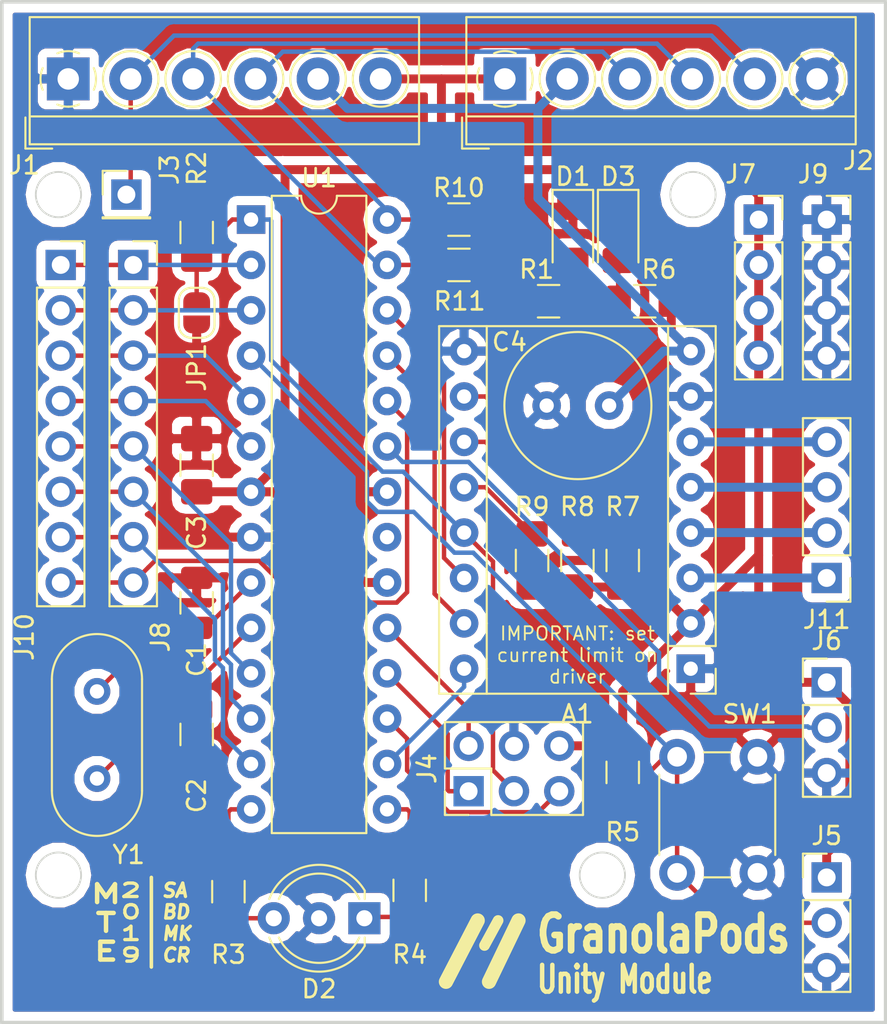
<source format=kicad_pcb>
(kicad_pcb (version 20171130) (host pcbnew 5.0.2-bee76a0~70~ubuntu16.04.1)
  (layers (0 F.Cu signal) (31 B.Cu signal) (34 B.Paste user) (35 F.Paste user) (36 B.SilkS user) (37 F.SilkS user) (38 B.Mask user) (39 F.Mask user) (44 Edge.Cuts user))
  (net 0 "")
  (net 1 GND)
  (net 2 +5V)
  (net 3 "Net-(A1-Pad10)")
  (net 4 "Net-(A1-Pad3)")
  (net 5 "Net-(A1-Pad11)")
  (net 6 "Net-(A1-Pad4)")
  (net 7 "Net-(A1-Pad12)")
  (net 8 "Net-(A1-Pad5)")
  (net 9 /A4988_RESET)
  (net 10 "Net-(A1-Pad6)")
  (net 11 /A4988_SLEEP)
  (net 12 /A4988_STEP)
  (net 13 +12V)
  (net 14 /A4988_DIR)
  (net 15 /XTAL1)
  (net 16 /XTAL2)
  (net 17 "Net-(D1-Pad2)")
  (net 18 "Net-(D2-Pad1)")
  (net 19 /SPARE_IN)
  (net 20 /SCL)
  (net 21 /SDA)
  (net 22 /MISO)
  (net 23 /SCK)
  (net 24 /MOSI)
  (net 25 /SWITCH)
  (net 26 /HALL_SENSOR)
  (net 27 /SPARE_A)
  (net 28 /SPARE_B)
  (net 29 /SPARE_C)
  (net 30 /SPARE_D)
  (net 31 /SPARE_E)
  (net 32 /SPARE_F)
  (net 33 /SPARE_G)
  (net 34 /SPARE_AN_A)
  (net 35 /STATUS_R)
  (net 36 /STATUS_G)
  (net 37 "Net-(U1-Pad21)")
  (net 38 "Net-(D2-Pad3)")
  (net 39 "Net-(D3-Pad2)")
  (module Module:Pololu_Breakout-16_15.2x20.3mm (layer F.Cu) (at 116.078 94.488 180)
    (fp_text reference A1 (at 6.35 -2.54 180) (layer F.SilkS))
    (fp_text value Pololu_Breakout_A4988)
    (pad 1 thru_hole rect (at 0 0 180) (size 1.6 1.6) (drill 0.8) (layers *.Cu *.Mask) (net 1 GND))
    (pad 9 thru_hole oval (at 12.7 17.78 180) (size 1.6 1.6) (drill 0.8) (layers *.Cu *.Mask) (net 1 GND))
    (pad 2 thru_hole oval (at 0 2.54 180) (size 1.6 1.6) (drill 0.8) (layers *.Cu *.Mask) (net 2 +5V))
    (pad 10 thru_hole oval (at 12.7 15.24 180) (size 1.6 1.6) (drill 0.8) (layers *.Cu *.Mask) (net 3 "Net-(A1-Pad10)"))
    (pad 3 thru_hole oval (at 0 5.08 180) (size 1.6 1.6) (drill 0.8) (layers *.Cu *.Mask) (net 4 "Net-(A1-Pad3)"))
    (pad 11 thru_hole oval (at 12.7 12.7 180) (size 1.6 1.6) (drill 0.8) (layers *.Cu *.Mask) (net 5 "Net-(A1-Pad11)"))
    (pad 4 thru_hole oval (at 0 7.62 180) (size 1.6 1.6) (drill 0.8) (layers *.Cu *.Mask) (net 6 "Net-(A1-Pad4)"))
    (pad 12 thru_hole oval (at 12.7 10.16 180) (size 1.6 1.6) (drill 0.8) (layers *.Cu *.Mask) (net 7 "Net-(A1-Pad12)"))
    (pad 5 thru_hole oval (at 0 10.16 180) (size 1.6 1.6) (drill 0.8) (layers *.Cu *.Mask) (net 8 "Net-(A1-Pad5)"))
    (pad 13 thru_hole oval (at 12.7 7.62 180) (size 1.6 1.6) (drill 0.8) (layers *.Cu *.Mask) (net 9 /A4988_RESET))
    (pad 6 thru_hole oval (at 0 12.7 180) (size 1.6 1.6) (drill 0.8) (layers *.Cu *.Mask) (net 10 "Net-(A1-Pad6)"))
    (pad 14 thru_hole oval (at 12.7 5.08 180) (size 1.6 1.6) (drill 0.8) (layers *.Cu *.Mask) (net 11 /A4988_SLEEP))
    (pad 7 thru_hole oval (at 0 15.24 180) (size 1.6 1.6) (drill 0.8) (layers *.Cu *.Mask) (net 1 GND))
    (pad 15 thru_hole oval (at 12.7 2.54 180) (size 1.6 1.6) (drill 0.8) (layers *.Cu *.Mask) (net 12 /A4988_STEP))
    (pad 8 thru_hole oval (at 0 17.78 180) (size 1.6 1.6) (drill 0.8) (layers *.Cu *.Mask) (net 13 +12V))
    (pad 16 thru_hole oval (at 12.7 0 180) (size 1.6 1.6) (drill 0.8) (layers *.Cu *.Mask) (net 14 /A4988_DIR))
  )
  (module Capacitor_SMD:C_1206_3216Metric_Pad1.42x1.75mm_HandSolder (layer F.Cu) (at 88.392 83.0945 90)
    (fp_text reference C3 (at -3.7735 0 270) (layer F.SilkS))
    (fp_text value 0.1uF)
    (pad 1 smd roundrect (at -1.4875 0 90) (size 1.425 1.75) (layers F.Cu F.Paste F.Mask) (roundrect_rratio 0.175439) (net 2 +5V))
    (pad 2 smd roundrect (at 1.4875 0 90) (size 1.425 1.75) (layers F.Cu F.Paste F.Mask) (roundrect_rratio 0.175439) (net 1 GND))
  )
  (module Capacitor_THT:C_Radial_D8.0mm_H11.5mm_P3.50mm (layer F.Cu) (at 111.506 79.756 180)
    (fp_text reference C4 (at 5.588 3.556 180) (layer F.SilkS))
    (fp_text value 100uF)
    (pad 1 thru_hole circle (at 0 0 180) (size 1.6 1.6) (drill 0.8) (layers *.Cu *.Mask) (net 13 +12V))
    (pad 2 thru_hole circle (at 3.5 0 180) (size 1.6 1.6) (drill 0.8) (layers *.Cu *.Mask) (net 1 GND))
  )
  (module LED_SMD:LED_1206_3216Metric_Pad1.42x1.75mm_HandSolder (layer F.Cu) (at 109.474 70.1405 270)
    (fp_text reference D1 (at -3.2115 0) (layer F.SilkS))
    (fp_text value LED)
    (pad 1 smd roundrect (at -1.4875 0 270) (size 1.425 1.75) (layers F.Cu F.Paste F.Mask) (roundrect_rratio 0.175439) (net 1 GND))
    (pad 2 smd roundrect (at 1.4875 0 270) (size 1.425 1.75) (layers F.Cu F.Paste F.Mask) (roundrect_rratio 0.175439) (net 17 "Net-(D1-Pad2)"))
  )
  (module LED_THT:LED_D5.0mm-3 (layer F.Cu) (at 97.79 108.458 180)
    (fp_text reference D2 (at 2.54 -3.96 180) (layer F.SilkS))
    (fp_text value LED_Dual_AAC)
    (pad 1 thru_hole rect (at 0 0 180) (size 1.8 1.8) (drill 0.9) (layers *.Cu *.Mask) (net 18 "Net-(D2-Pad1)"))
    (pad 2 thru_hole circle (at 2.54 0 180) (size 1.8 1.8) (drill 0.9) (layers *.Cu *.Mask) (net 1 GND))
    (pad 3 thru_hole circle (at 5.08 0 180) (size 1.8 1.8) (drill 0.9) (layers *.Cu *.Mask) (net 38 "Net-(D2-Pad3)"))
  )
  (module TerminalBlock_4Ucon:TerminalBlock_4Ucon_1x06_P3.50mm_Horizontal (layer F.Cu) (at 81.194 61.468)
    (fp_text reference J1 (at -2.454 4.826) (layer F.SilkS))
    (fp_text value Screw_Terminal_01x06)
    (pad 1 thru_hole rect (at 0 0) (size 2.4 2.4) (drill 1.2) (layers *.Cu *.Mask) (net 1 GND))
    (pad 2 thru_hole circle (at 3.5 0) (size 2.4 2.4) (drill 1.2) (layers *.Cu *.Mask) (net 19 /SPARE_IN))
    (pad 3 thru_hole circle (at 7 0) (size 2.4 2.4) (drill 1.2) (layers *.Cu *.Mask) (net 21 /SDA))
    (pad 4 thru_hole circle (at 10.5 0) (size 2.4 2.4) (drill 1.2) (layers *.Cu *.Mask) (net 20 /SCL))
    (pad 5 thru_hole circle (at 14 0) (size 2.4 2.4) (drill 1.2) (layers *.Cu *.Mask) (net 13 +12V))
    (pad 6 thru_hole circle (at 17.5 0) (size 2.4 2.4) (drill 1.2) (layers *.Cu *.Mask) (net 2 +5V))
  )
  (module TerminalBlock_4Ucon:TerminalBlock_4Ucon_1x06_P3.50mm_Horizontal (layer F.Cu) (at 105.664 61.468)
    (fp_text reference J2 (at 19.812 4.572) (layer F.SilkS))
    (fp_text value Screw_Terminal_01x06)
    (pad 6 thru_hole circle (at 17.5 0) (size 2.4 2.4) (drill 1.2) (layers *.Cu *.Mask) (net 1 GND))
    (pad 5 thru_hole circle (at 14 0) (size 2.4 2.4) (drill 1.2) (layers *.Cu *.Mask) (net 19 /SPARE_IN))
    (pad 4 thru_hole circle (at 10.5 0) (size 2.4 2.4) (drill 1.2) (layers *.Cu *.Mask) (net 21 /SDA))
    (pad 3 thru_hole circle (at 7 0) (size 2.4 2.4) (drill 1.2) (layers *.Cu *.Mask) (net 20 /SCL))
    (pad 2 thru_hole circle (at 3.5 0) (size 2.4 2.4) (drill 1.2) (layers *.Cu *.Mask) (net 13 +12V))
    (pad 1 thru_hole rect (at 0 0) (size 2.4 2.4) (drill 1.2) (layers *.Cu *.Mask) (net 2 +5V))
  )
  (module Connector_PinHeader_2.54mm:PinHeader_1x01_P2.54mm_Vertical (layer F.Cu) (at 84.455 67.945)
    (fp_text reference J3 (at 2.413 -1.397 90) (layer F.SilkS))
    (fp_text value Conn_01x01)
    (pad 1 thru_hole rect (at 0 0) (size 1.7 1.7) (drill 1) (layers *.Cu *.Mask) (net 19 /SPARE_IN))
  )
  (module Connector_PinHeader_2.54mm:PinHeader_2x03_P2.54mm_Vertical (layer F.Cu) (at 103.632 101.346 90)
    (fp_text reference J4 (at 1.27 -2.33 90) (layer F.SilkS))
    (fp_text value Conn_02x03_Counter_Clockwise)
    (pad 1 thru_hole rect (at 0 0 90) (size 1.7 1.7) (drill 1) (layers *.Cu *.Mask) (net 22 /MISO))
    (pad 2 thru_hole oval (at 2.54 0 90) (size 1.7 1.7) (drill 1) (layers *.Cu *.Mask) (net 23 /SCK))
    (pad 3 thru_hole oval (at 0 2.54 90) (size 1.7 1.7) (drill 1) (layers *.Cu *.Mask) (net 9 /A4988_RESET))
    (pad 4 thru_hole oval (at 2.54 2.54 90) (size 1.7 1.7) (drill 1) (layers *.Cu *.Mask) (net 1 GND))
    (pad 5 thru_hole oval (at 0 5.08 90) (size 1.7 1.7) (drill 1) (layers *.Cu *.Mask) (net 24 /MOSI))
    (pad 6 thru_hole oval (at 2.54 5.08 90) (size 1.7 1.7) (drill 1) (layers *.Cu *.Mask) (net 2 +5V))
  )
  (module Connector_PinHeader_2.54mm:PinHeader_1x03_P2.54mm_Vertical (layer F.Cu) (at 123.698 106.172)
    (fp_text reference J5 (at 0 -2.33) (layer F.SilkS))
    (fp_text value Conn_01x03)
    (pad 3 thru_hole oval (at 0 5.08) (size 1.7 1.7) (drill 1) (layers *.Cu *.Mask) (net 1 GND))
    (pad 2 thru_hole oval (at 0 2.54) (size 1.7 1.7) (drill 1) (layers *.Cu *.Mask) (net 25 /SWITCH))
    (pad 1 thru_hole rect (at 0 0) (size 1.7 1.7) (drill 1) (layers *.Cu *.Mask) (net 2 +5V))
  )
  (module Connector_PinHeader_2.54mm:PinHeader_1x03_P2.54mm_Vertical (layer F.Cu) (at 123.698 95.25)
    (fp_text reference J6 (at 0 -2.33) (layer F.SilkS))
    (fp_text value Conn_01x03)
    (pad 1 thru_hole rect (at 0 0) (size 1.7 1.7) (drill 1) (layers *.Cu *.Mask) (net 2 +5V))
    (pad 2 thru_hole oval (at 0 2.54) (size 1.7 1.7) (drill 1) (layers *.Cu *.Mask) (net 26 /HALL_SENSOR))
    (pad 3 thru_hole oval (at 0 5.08) (size 1.7 1.7) (drill 1) (layers *.Cu *.Mask) (net 1 GND))
  )
  (module Connector_PinSocket_2.54mm:PinSocket_1x08_P2.54mm_Vertical (layer F.Cu) (at 84.836 71.882)
    (fp_text reference J8 (at 1.524 20.828 270) (layer F.SilkS))
    (fp_text value SIG_HEADER)
    (pad 1 thru_hole rect (at 0 0) (size 1.7 1.7) (drill 1) (layers *.Cu *.Mask) (net 27 /SPARE_A))
    (pad 2 thru_hole oval (at 0 2.54) (size 1.7 1.7) (drill 1) (layers *.Cu *.Mask) (net 28 /SPARE_B))
    (pad 3 thru_hole oval (at 0 5.08) (size 1.7 1.7) (drill 1) (layers *.Cu *.Mask) (net 29 /SPARE_C))
    (pad 4 thru_hole oval (at 0 7.62) (size 1.7 1.7) (drill 1) (layers *.Cu *.Mask) (net 30 /SPARE_D))
    (pad 5 thru_hole oval (at 0 10.16) (size 1.7 1.7) (drill 1) (layers *.Cu *.Mask) (net 31 /SPARE_E))
    (pad 6 thru_hole oval (at 0 12.7) (size 1.7 1.7) (drill 1) (layers *.Cu *.Mask) (net 32 /SPARE_F))
    (pad 7 thru_hole oval (at 0 15.24) (size 1.7 1.7) (drill 1) (layers *.Cu *.Mask) (net 33 /SPARE_G))
    (pad 8 thru_hole oval (at 0 17.78) (size 1.7 1.7) (drill 1) (layers *.Cu *.Mask) (net 34 /SPARE_AN_A))
  )
  (module Jumper:SolderJumper-2_P1.3mm_Open_RoundedPad1.0x1.5mm (layer F.Cu) (at 88.392 74.564 270)
    (fp_text reference JP1 (at 3.048 0 270) (layer F.SilkS))
    (fp_text value SolderJumper_2_Open)
    (pad 1 smd custom (at -0.65 0 270) (size 1 0.5) (layers F.Cu F.Mask) (net 9 /A4988_RESET) (options (clearance outline) (anchor rect)) (primitives (gr_circle (center 0 0.25) (end 0.5 0.25) (width 0)) (gr_circle (center 0 -0.25) (end 0.5 -0.25) (width 0)) (gr_poly (pts (xy 0 -0.75) (xy 0.5 -0.75) (xy 0.5 0.75) (xy 0 0.75)) (width 0))))
    (pad 2 smd custom (at 0.65 0 270) (size 1 0.5) (layers F.Cu F.Mask) (net 1 GND) (options (clearance outline) (anchor rect)) (primitives (gr_circle (center 0 0.25) (end 0.5 0.25) (width 0)) (gr_circle (center 0 -0.25) (end 0.5 -0.25) (width 0)) (gr_poly (pts (xy 0 -0.75) (xy -0.5 -0.75) (xy -0.5 0.75) (xy 0 0.75)) (width 0))))
  )
  (module Resistor_SMD:R_1206_3216Metric_Pad1.42x1.75mm_HandSolder (layer F.Cu) (at 108.1135 73.914)
    (fp_text reference R1 (at -0.6715 -1.778) (layer F.SilkS))
    (fp_text value 860R)
    (pad 1 smd roundrect (at -1.4875 0) (size 1.425 1.75) (layers F.Cu F.Paste F.Mask) (roundrect_rratio 0.175439) (net 2 +5V))
    (pad 2 smd roundrect (at 1.4875 0) (size 1.425 1.75) (layers F.Cu F.Paste F.Mask) (roundrect_rratio 0.175439) (net 17 "Net-(D1-Pad2)"))
  )
  (module Resistor_SMD:R_1206_3216Metric_Pad1.42x1.75mm_HandSolder (layer F.Cu) (at 88.392 70.0675 270)
    (fp_text reference R2 (at -3.5925 0 270) (layer F.SilkS))
    (fp_text value 10K)
    (pad 2 smd roundrect (at 1.4875 0 270) (size 1.425 1.75) (layers F.Cu F.Paste F.Mask) (roundrect_rratio 0.175439) (net 9 /A4988_RESET))
    (pad 1 smd roundrect (at -1.4875 0 270) (size 1.425 1.75) (layers F.Cu F.Paste F.Mask) (roundrect_rratio 0.175439) (net 2 +5V))
  )
  (module Resistor_SMD:R_1206_3216Metric_Pad1.42x1.75mm_HandSolder (layer F.Cu) (at 90.17 106.9705 90)
    (fp_text reference R3 (at -3.5195 0 180) (layer F.SilkS))
    (fp_text value 860R)
    (pad 2 smd roundrect (at 1.4875 0 90) (size 1.425 1.75) (layers F.Cu F.Paste F.Mask) (roundrect_rratio 0.175439) (net 35 /STATUS_R))
    (pad 1 smd roundrect (at -1.4875 0 90) (size 1.425 1.75) (layers F.Cu F.Paste F.Mask) (roundrect_rratio 0.175439) (net 38 "Net-(D2-Pad3)"))
  )
  (module Resistor_SMD:R_1206_3216Metric_Pad1.42x1.75mm_HandSolder (layer F.Cu) (at 100.33 106.8975 90)
    (fp_text reference R4 (at -3.5925 0 180) (layer F.SilkS))
    (fp_text value 860R)
    (pad 1 smd roundrect (at -1.4875 0 90) (size 1.425 1.75) (layers F.Cu F.Paste F.Mask) (roundrect_rratio 0.175439) (net 18 "Net-(D2-Pad1)"))
    (pad 2 smd roundrect (at 1.4875 0 90) (size 1.425 1.75) (layers F.Cu F.Paste F.Mask) (roundrect_rratio 0.175439) (net 36 /STATUS_G))
  )
  (module Resistor_SMD:R_1206_3216Metric_Pad1.42x1.75mm_HandSolder (layer F.Cu) (at 112.268 100.2935 270)
    (fp_text reference R5 (at 3.3385 0) (layer F.SilkS))
    (fp_text value 10K)
    (pad 2 smd roundrect (at 1.4875 0 270) (size 1.425 1.75) (layers F.Cu F.Paste F.Mask) (roundrect_rratio 0.175439) (net 25 /SWITCH))
    (pad 1 smd roundrect (at -1.4875 0 270) (size 1.425 1.75) (layers F.Cu F.Paste F.Mask) (roundrect_rratio 0.175439) (net 2 +5V))
  )
  (module Button_Switch_THT:SW_PUSH_6mm (layer F.Cu) (at 115.316 105.918 90)
    (fp_text reference SW1 (at 8.89 4.064 180) (layer F.SilkS))
    (fp_text value SW_SPST)
    (pad 2 thru_hole circle (at 0 4.5 180) (size 2 2) (drill 1.1) (layers *.Cu *.Mask) (net 1 GND))
    (pad 1 thru_hole circle (at 0 0 180) (size 2 2) (drill 1.1) (layers *.Cu *.Mask) (net 25 /SWITCH))
    (pad 2 thru_hole circle (at 6.5 4.5 180) (size 2 2) (drill 1.1) (layers *.Cu *.Mask) (net 1 GND))
    (pad 1 thru_hole circle (at 6.5 0 180) (size 2 2) (drill 1.1) (layers *.Cu *.Mask) (net 25 /SWITCH))
  )
  (module Package_DIP:DIP-28_W7.62mm (layer F.Cu) (at 91.44 69.342)
    (fp_text reference U1 (at 3.81 -2.33) (layer F.SilkS))
    (fp_text value ATmega328P-PU)
    (pad 1 thru_hole rect (at 0 0) (size 1.6 1.6) (drill 0.8) (layers *.Cu *.Mask) (net 9 /A4988_RESET))
    (pad 15 thru_hole oval (at 7.62 33.02) (size 1.6 1.6) (drill 0.8) (layers *.Cu *.Mask) (net 36 /STATUS_G))
    (pad 2 thru_hole oval (at 0 2.54) (size 1.6 1.6) (drill 0.8) (layers *.Cu *.Mask) (net 27 /SPARE_A))
    (pad 16 thru_hole oval (at 7.62 30.48) (size 1.6 1.6) (drill 0.8) (layers *.Cu *.Mask) (net 14 /A4988_DIR))
    (pad 3 thru_hole oval (at 0 5.08) (size 1.6 1.6) (drill 0.8) (layers *.Cu *.Mask) (net 28 /SPARE_B))
    (pad 17 thru_hole oval (at 7.62 27.94) (size 1.6 1.6) (drill 0.8) (layers *.Cu *.Mask) (net 24 /MOSI))
    (pad 4 thru_hole oval (at 0 7.62) (size 1.6 1.6) (drill 0.8) (layers *.Cu *.Mask) (net 25 /SWITCH))
    (pad 18 thru_hole oval (at 7.62 25.4) (size 1.6 1.6) (drill 0.8) (layers *.Cu *.Mask) (net 22 /MISO))
    (pad 5 thru_hole oval (at 0 10.16) (size 1.6 1.6) (drill 0.8) (layers *.Cu *.Mask) (net 29 /SPARE_C))
    (pad 19 thru_hole oval (at 7.62 22.86) (size 1.6 1.6) (drill 0.8) (layers *.Cu *.Mask) (net 23 /SCK))
    (pad 6 thru_hole oval (at 0 12.7) (size 1.6 1.6) (drill 0.8) (layers *.Cu *.Mask) (net 30 /SPARE_D))
    (pad 20 thru_hole oval (at 7.62 20.32) (size 1.6 1.6) (drill 0.8) (layers *.Cu *.Mask) (net 2 +5V))
    (pad 7 thru_hole oval (at 0 15.24) (size 1.6 1.6) (drill 0.8) (layers *.Cu *.Mask) (net 2 +5V))
    (pad 21 thru_hole oval (at 7.62 17.78) (size 1.6 1.6) (drill 0.8) (layers *.Cu *.Mask) (net 37 "Net-(U1-Pad21)"))
    (pad 8 thru_hole oval (at 0 17.78) (size 1.6 1.6) (drill 0.8) (layers *.Cu *.Mask) (net 1 GND))
    (pad 22 thru_hole oval (at 7.62 15.24) (size 1.6 1.6) (drill 0.8) (layers *.Cu *.Mask) (net 1 GND))
    (pad 9 thru_hole oval (at 0 20.32) (size 1.6 1.6) (drill 0.8) (layers *.Cu *.Mask) (net 15 /XTAL1))
    (pad 23 thru_hole oval (at 7.62 12.7) (size 1.6 1.6) (drill 0.8) (layers *.Cu *.Mask) (net 26 /HALL_SENSOR))
    (pad 10 thru_hole oval (at 0 22.86) (size 1.6 1.6) (drill 0.8) (layers *.Cu *.Mask) (net 16 /XTAL2))
    (pad 24 thru_hole oval (at 7.62 10.16) (size 1.6 1.6) (drill 0.8) (layers *.Cu *.Mask) (net 34 /SPARE_AN_A))
    (pad 11 thru_hole oval (at 0 25.4) (size 1.6 1.6) (drill 0.8) (layers *.Cu *.Mask) (net 31 /SPARE_E))
    (pad 25 thru_hole oval (at 7.62 7.62) (size 1.6 1.6) (drill 0.8) (layers *.Cu *.Mask) (net 12 /A4988_STEP))
    (pad 12 thru_hole oval (at 0 27.94) (size 1.6 1.6) (drill 0.8) (layers *.Cu *.Mask) (net 32 /SPARE_F))
    (pad 26 thru_hole oval (at 7.62 5.08) (size 1.6 1.6) (drill 0.8) (layers *.Cu *.Mask) (net 11 /A4988_SLEEP))
    (pad 13 thru_hole oval (at 0 30.48) (size 1.6 1.6) (drill 0.8) (layers *.Cu *.Mask) (net 33 /SPARE_G))
    (pad 27 thru_hole oval (at 7.62 2.54) (size 1.6 1.6) (drill 0.8) (layers *.Cu *.Mask) (net 21 /SDA))
    (pad 14 thru_hole oval (at 0 33.02) (size 1.6 1.6) (drill 0.8) (layers *.Cu *.Mask) (net 35 /STATUS_R))
    (pad 28 thru_hole oval (at 7.62 0) (size 1.6 1.6) (drill 0.8) (layers *.Cu *.Mask) (net 20 /SCL))
  )
  (module Crystal:Crystal_HC49-U_Vertical (layer F.Cu) (at 82.804 95.758 270)
    (fp_text reference Y1 (at 9.144 -1.778) (layer F.SilkS))
    (fp_text value Crystal)
    (pad 1 thru_hole circle (at 0 0 270) (size 1.5 1.5) (drill 0.8) (layers *.Cu *.Mask) (net 15 /XTAL1))
    (pad 2 thru_hole circle (at 4.88 0 270) (size 1.5 1.5) (drill 0.8) (layers *.Cu *.Mask) (net 16 /XTAL2))
  )
  (module Connector_PinHeader_2.54mm:PinHeader_1x04_P2.54mm_Vertical (layer F.Cu) (at 123.698 89.408 180)
    (fp_text reference J11 (at 0 -2.33 180) (layer F.SilkS))
    (fp_text value Conn_01x04_Male)
    (pad 1 thru_hole rect (at 0 0 180) (size 1.7 1.7) (drill 1) (layers *.Cu *.Mask) (net 4 "Net-(A1-Pad3)"))
    (pad 2 thru_hole oval (at 0 2.54 180) (size 1.7 1.7) (drill 1) (layers *.Cu *.Mask) (net 6 "Net-(A1-Pad4)"))
    (pad 3 thru_hole oval (at 0 5.08 180) (size 1.7 1.7) (drill 1) (layers *.Cu *.Mask) (net 8 "Net-(A1-Pad5)"))
    (pad 4 thru_hole oval (at 0 7.62 180) (size 1.7 1.7) (drill 1) (layers *.Cu *.Mask) (net 10 "Net-(A1-Pad6)"))
  )
  (module Connector_PinSocket_2.54mm:PinSocket_1x08_P2.54mm_Vertical (layer F.Cu) (at 80.772 71.882)
    (fp_text reference J10 (at -2.032 20.828 90) (layer F.SilkS))
    (fp_text value AUX_HEADER)
    (pad 1 thru_hole rect (at 0 0) (size 1.7 1.7) (drill 1) (layers *.Cu *.Mask) (net 27 /SPARE_A))
    (pad 2 thru_hole oval (at 0 2.54) (size 1.7 1.7) (drill 1) (layers *.Cu *.Mask) (net 28 /SPARE_B))
    (pad 3 thru_hole oval (at 0 5.08) (size 1.7 1.7) (drill 1) (layers *.Cu *.Mask) (net 29 /SPARE_C))
    (pad 4 thru_hole oval (at 0 7.62) (size 1.7 1.7) (drill 1) (layers *.Cu *.Mask) (net 30 /SPARE_D))
    (pad 5 thru_hole oval (at 0 10.16) (size 1.7 1.7) (drill 1) (layers *.Cu *.Mask) (net 31 /SPARE_E))
    (pad 6 thru_hole oval (at 0 12.7) (size 1.7 1.7) (drill 1) (layers *.Cu *.Mask) (net 32 /SPARE_F))
    (pad 7 thru_hole oval (at 0 15.24) (size 1.7 1.7) (drill 1) (layers *.Cu *.Mask) (net 33 /SPARE_G))
    (pad 8 thru_hole oval (at 0 17.78) (size 1.7 1.7) (drill 1) (layers *.Cu *.Mask) (net 34 /SPARE_AN_A))
  )
  (module Capacitor_SMD:C_1206_3216Metric (layer F.Cu) (at 88.392 90.802 90)
    (fp_text reference C1 (at -3.178 0 90) (layer F.SilkS))
    (fp_text value 18pF)
    (pad 2 smd roundrect (at 1.4 0 90) (size 1.25 1.75) (layers F.Cu F.Paste F.Mask) (roundrect_rratio 0.2) (net 1 GND))
    (pad 1 smd roundrect (at -1.4 0 90) (size 1.25 1.75) (layers F.Cu F.Paste F.Mask) (roundrect_rratio 0.2) (net 15 /XTAL1))
  )
  (module Capacitor_SMD:C_1206_3216Metric (layer F.Cu) (at 88.392 98.168 270)
    (fp_text reference C2 (at 3.432 0 270) (layer F.SilkS))
    (fp_text value 18pF)
    (pad 1 smd roundrect (at -1.4 0 270) (size 1.25 1.75) (layers F.Cu F.Paste F.Mask) (roundrect_rratio 0.2) (net 16 /XTAL2))
    (pad 2 smd roundrect (at 1.4 0 270) (size 1.25 1.75) (layers F.Cu F.Paste F.Mask) (roundrect_rratio 0.2) (net 1 GND))
  )
  (module LED_SMD:LED_1206_3216Metric_Pad1.42x1.75mm_HandSolder (layer F.Cu) (at 112.014 70.1405 270)
    (fp_text reference D3 (at -3.2115 0) (layer F.SilkS))
    (fp_text value LED)
    (pad 1 smd roundrect (at -1.4875 0 270) (size 1.425 1.75) (layers F.Cu F.Paste F.Mask) (roundrect_rratio 0.175439) (net 1 GND))
    (pad 2 smd roundrect (at 1.4875 0 270) (size 1.425 1.75) (layers F.Cu F.Paste F.Mask) (roundrect_rratio 0.175439) (net 39 "Net-(D3-Pad2)"))
  )
  (module Resistor_SMD:R_1206_3216Metric_Pad1.42x1.75mm_HandSolder (layer F.Cu) (at 113.5015 73.914 180)
    (fp_text reference R6 (at -0.7985 1.778 180) (layer F.SilkS))
    (fp_text value 10K)
    (pad 1 smd roundrect (at -1.4875 0 180) (size 1.425 1.75) (layers F.Cu F.Paste F.Mask) (roundrect_rratio 0.175439) (net 13 +12V))
    (pad 2 smd roundrect (at 1.4875 0 180) (size 1.425 1.75) (layers F.Cu F.Paste F.Mask) (roundrect_rratio 0.175439) (net 39 "Net-(D3-Pad2)"))
  )
  (module Connector_PinSocket_2.54mm:PinSocket_1x04_P2.54mm_Vertical (layer F.Cu) (at 119.888 69.342)
    (fp_text reference J7 (at -1.016 -2.54) (layer F.SilkS))
    (fp_text value Conn_01x04)
    (pad 1 thru_hole rect (at 0 0) (size 1.7 1.7) (drill 1) (layers *.Cu *.Mask) (net 2 +5V))
    (pad 2 thru_hole oval (at 0 2.54) (size 1.7 1.7) (drill 1) (layers *.Cu *.Mask) (net 2 +5V))
    (pad 3 thru_hole oval (at 0 5.08) (size 1.7 1.7) (drill 1) (layers *.Cu *.Mask) (net 2 +5V))
    (pad 4 thru_hole oval (at 0 7.62) (size 1.7 1.7) (drill 1) (layers *.Cu *.Mask) (net 2 +5V))
  )
  (module Connector_PinSocket_2.54mm:PinSocket_1x04_P2.54mm_Vertical (layer F.Cu) (at 123.698 69.342)
    (fp_text reference J9 (at -0.762 -2.54) (layer F.SilkS))
    (fp_text value Conn_01x04)
    (pad 1 thru_hole rect (at 0 0) (size 1.7 1.7) (drill 1) (layers *.Cu *.Mask) (net 1 GND))
    (pad 2 thru_hole oval (at 0 2.54) (size 1.7 1.7) (drill 1) (layers *.Cu *.Mask) (net 1 GND))
    (pad 3 thru_hole oval (at 0 5.08) (size 1.7 1.7) (drill 1) (layers *.Cu *.Mask) (net 1 GND))
    (pad 4 thru_hole oval (at 0 7.62) (size 1.7 1.7) (drill 1) (layers *.Cu *.Mask) (net 1 GND))
  )
  (module Resistor_SMD:R_1206_3216Metric_Pad1.42x1.75mm_HandSolder (layer F.Cu) (at 112.268 88.4285 270)
    (fp_text reference R7 (at -3.0115 0) (layer F.SilkS))
    (fp_text value 10K)
    (pad 1 smd roundrect (at -1.4875 0 270) (size 1.425 1.75) (layers F.Cu F.Paste F.Mask) (roundrect_rratio 0.175439) (net 3 "Net-(A1-Pad10)"))
    (pad 2 smd roundrect (at 1.4875 0 270) (size 1.425 1.75) (layers F.Cu F.Paste F.Mask) (roundrect_rratio 0.175439) (net 2 +5V))
  )
  (module Resistor_SMD:R_1206_3216Metric_Pad1.42x1.75mm_HandSolder (layer F.Cu) (at 109.728 88.4285 270)
    (fp_text reference R8 (at -3.0115 0) (layer F.SilkS))
    (fp_text value 10K)
    (pad 2 smd roundrect (at 1.4875 0 270) (size 1.425 1.75) (layers F.Cu F.Paste F.Mask) (roundrect_rratio 0.175439) (net 2 +5V))
    (pad 1 smd roundrect (at -1.4875 0 270) (size 1.425 1.75) (layers F.Cu F.Paste F.Mask) (roundrect_rratio 0.175439) (net 5 "Net-(A1-Pad11)"))
  )
  (module Resistor_SMD:R_1206_3216Metric_Pad1.42x1.75mm_HandSolder (layer F.Cu) (at 107.188 88.4285 270)
    (fp_text reference R9 (at -3.0115 0) (layer F.SilkS))
    (fp_text value 10K)
    (pad 1 smd roundrect (at -1.4875 0 270) (size 1.425 1.75) (layers F.Cu F.Paste F.Mask) (roundrect_rratio 0.175439) (net 7 "Net-(A1-Pad12)"))
    (pad 2 smd roundrect (at 1.4875 0 270) (size 1.425 1.75) (layers F.Cu F.Paste F.Mask) (roundrect_rratio 0.175439) (net 2 +5V))
  )
  (module Resistor_SMD:R_1206_3216Metric_Pad1.42x1.75mm_HandSolder (layer F.Cu) (at 103.0875 71.882)
    (fp_text reference R10 (at 0 -4.318) (layer F.SilkS))
    (fp_text value 10K)
    (pad 2 smd roundrect (at 1.4875 0) (size 1.425 1.75) (layers F.Cu F.Paste F.Mask) (roundrect_rratio 0.175439) (net 2 +5V))
    (pad 1 smd roundrect (at -1.4875 0) (size 1.425 1.75) (layers F.Cu F.Paste F.Mask) (roundrect_rratio 0.175439) (net 21 /SDA))
  )
  (module Resistor_SMD:R_1206_3216Metric_Pad1.42x1.75mm_HandSolder (layer F.Cu) (at 103.0875 69.342 180)
    (fp_text reference R11 (at -0.0365 -4.572 180) (layer F.SilkS))
    (fp_text value 10K)
    (pad 1 smd roundrect (at -1.4875 0 180) (size 1.425 1.75) (layers F.Cu F.Paste F.Mask) (roundrect_rratio 0.175439) (net 2 +5V))
    (pad 2 smd roundrect (at 1.4875 0 180) (size 1.425 1.75) (layers F.Cu F.Paste F.Mask) (roundrect_rratio 0.175439) (net 20 /SCL))
  )
  (gr_text "IMPORTANT: set\ncurrent limit on\ndriver" (at 109.728 93.726) (layer F.SilkS) (effects (font (size 0.75 0.75) (thickness 0.1))))
  (gr_circle (center 111.125 106.045) (end 112.395 106.045) (layer Edge.Cuts) (width 0.1))
  (gr_circle (center 80.645 67.945) (end 81.915 67.945) (layer Edge.Cuts) (width 0.1))
  (gr_circle (center 116.205 67.945) (end 117.475 67.945) (layer Edge.Cuts) (width 0.1))
  (gr_circle (center 80.645 106.045) (end 81.915 106.045) (layer Edge.Cuts) (width 0.1))
  (gr_line (start 127 57.15) (end 77.47 57.15) (layer Edge.Cuts) (width 0.2))
  (gr_line (start 127 114.3) (end 127 57.15) (layer Edge.Cuts) (width 0.2))
  (gr_line (start 77.47 114.3) (end 127 114.3) (layer Edge.Cuts) (width 0.2))
  (gr_line (start 77.47 57.15) (end 77.47 114.3) (layer Edge.Cuts) (width 0.2))
  (gr_line (start 85.852 106.172) (end 85.852 111.1885) (layer F.SilkS) (width 0.2))
  (gr_text "2\n0\n1\n9" (at 84.709 108.712) (layer F.SilkS) (effects (font (size 0.75 1.2) (thickness 0.1875))))
  (gr_text "M\nT\nE" (at 83.312 108.712) (layer F.SilkS) (effects (font (size 1 1.5) (thickness 0.25))))
  (gr_line (start 104.775 112.014) (end 106.426 108.585) (layer F.SilkS) (width 0.8))
  (gr_line (start 102.362 112.014) (end 104.14 108.585) (layer F.SilkS) (width 0.8))
  (gr_line (start 104.521 109.982) (end 105.283 108.585) (layer F.SilkS) (width 0.6))
  (gr_text "SA\nBD\nMK\nCR\n" (at 86.36 108.712) (layer F.SilkS) (effects (font (size 0.75 0.75) (thickness 0.1875) italic) (justify left)))
  (gr_text GranolaPods (at 114.554 109.347) (layer F.SilkS) (effects (font (size 2 1.5) (thickness 0.375))))
  (gr_text "Unity Module" (at 112.395 111.887) (layer F.SilkS) (effects (font (size 1.5 1) (thickness 0.25))))
  (segment (start 88.392 75.814) (end 88.392 81.607) (width 0.5) (layer F.Cu) (net 1))
  (segment (start 88.392 75.214) (end 88.392 75.814) (width 0.5) (layer F.Cu) (net 1))
  (segment (start 97.79 89.662) (end 99.06 89.662) (width 0.5) (layer F.Cu) (net 2))
  (segment (start 91.44 84.582) (end 92.71 84.582) (width 0.5) (layer F.Cu) (net 2))
  (segment (start 91.44 84.582) (end 92.57137 84.582) (width 0.5) (layer F.Cu) (net 2))
  (segment (start 97.028 88.9) (end 97.79 89.662) (width 0.5) (layer F.Cu) (net 2))
  (segment (start 92.71 84.582) (end 97.028 88.9) (width 0.5) (layer F.Cu) (net 2))
  (segment (start 89.6115 66.548) (end 89.916 66.548) (width 0.5) (layer F.Cu) (net 2))
  (segment (start 88.392 67.7675) (end 89.6115 66.548) (width 0.5) (layer F.Cu) (net 2))
  (segment (start 88.392 68.58) (end 88.392 67.7675) (width 0.5) (layer F.Cu) (net 2))
  (segment (start 93.344001 82.677999) (end 93.344001 66.674001) (width 0.5) (layer F.Cu) (net 2))
  (segment (start 93.344001 66.674001) (end 93.218 66.548) (width 0.5) (layer F.Cu) (net 2))
  (segment (start 91.44 84.582) (end 93.344001 82.677999) (width 0.5) (layer F.Cu) (net 2))
  (segment (start 98.806 66.548) (end 93.218 66.548) (width 0.5) (layer F.Cu) (net 2))
  (segment (start 93.218 66.548) (end 89.916 66.548) (width 0.5) (layer F.Cu) (net 2))
  (segment (start 102.108 61.468) (end 102.108 66.548) (width 0.5) (layer F.Cu) (net 2))
  (segment (start 102.108 61.468) (end 105.664 61.468) (width 0.5) (layer F.Cu) (net 2))
  (segment (start 98.694 61.468) (end 102.108 61.468) (width 0.5) (layer F.Cu) (net 2))
  (segment (start 102.108 66.548) (end 98.806 66.548) (width 0.5) (layer F.Cu) (net 2))
  (segment (start 119.888 69.342) (end 119.888 71.882) (width 0.5) (layer F.Cu) (net 2))
  (segment (start 119.888 71.882) (end 119.888 74.422) (width 0.5) (layer F.Cu) (net 2))
  (segment (start 119.888 74.422) (end 119.888 76.962) (width 0.5) (layer F.Cu) (net 2))
  (segment (start 108.712 98.806) (end 112.268 98.806) (width 0.5) (layer F.Cu) (net 2))
  (segment (start 112.268 95.758) (end 116.078 91.948) (width 0.5) (layer F.Cu) (net 2))
  (segment (start 112.268 98.806) (end 112.268 95.758) (width 0.5) (layer F.Cu) (net 2))
  (segment (start 119.888 88.138) (end 116.078 91.948) (width 0.5) (layer F.Cu) (net 2))
  (segment (start 119.888 76.962) (end 119.888 88.138) (width 0.5) (layer F.Cu) (net 2))
  (segment (start 119.888 92.79) (end 119.888 88.138) (width 0.5) (layer F.Cu) (net 2))
  (segment (start 122.348 95.25) (end 119.888 92.79) (width 0.5) (layer F.Cu) (net 2))
  (segment (start 123.698 95.25) (end 122.348 95.25) (width 0.5) (layer F.Cu) (net 2))
  (segment (start 124.998001 103.521999) (end 124.998001 96.550001) (width 0.5) (layer F.Cu) (net 2))
  (segment (start 123.698 104.822) (end 124.998001 103.521999) (width 0.5) (layer F.Cu) (net 2))
  (segment (start 124.998001 96.550001) (end 123.698 95.25) (width 0.5) (layer F.Cu) (net 2))
  (segment (start 123.698 106.172) (end 123.698 104.822) (width 0.5) (layer F.Cu) (net 2))
  (segment (start 102.108 66.548) (end 111.816486 66.548) (width 0.5) (layer F.Cu) (net 2))
  (segment (start 88.392 84.582) (end 91.44 84.582) (width 0.5) (layer F.Cu) (net 2))
  (segment (start 107.188 89.916) (end 109.728 89.916) (width 0.5) (layer F.Cu) (net 2))
  (segment (start 112.268 89.916) (end 109.728 89.916) (width 0.5) (layer F.Cu) (net 2))
  (segment (start 114.046 89.916) (end 116.078 91.948) (width 0.5) (layer F.Cu) (net 2))
  (segment (start 112.268 89.916) (end 114.046 89.916) (width 0.5) (layer F.Cu) (net 2))
  (segment (start 117.504833 65.608834) (end 112.755652 65.608834) (width 0.5) (layer F.Cu) (net 2))
  (segment (start 119.888 67.992) (end 117.504833 65.608834) (width 0.5) (layer F.Cu) (net 2))
  (segment (start 112.755652 65.608834) (end 111.816486 66.548) (width 0.5) (layer F.Cu) (net 2))
  (segment (start 119.888 69.342) (end 119.888 67.992) (width 0.5) (layer F.Cu) (net 2))
  (segment (start 104.575 71.882) (end 104.575 69.342) (width 0.5) (layer F.Cu) (net 2))
  (segment (start 104.756 69.161) (end 104.575 69.342) (width 0.5) (layer F.Cu) (net 2))
  (segment (start 106.607 73.914) (end 104.575 71.882) (width 0.5) (layer F.Cu) (net 2))
  (segment (start 106.626 73.914) (end 106.607 73.914) (width 0.5) (layer F.Cu) (net 2))
  (segment (start 102.756 66.548) (end 102.108 66.548) (width 0.5) (layer F.Cu) (net 2))
  (segment (start 104.575 68.367) (end 102.756 66.548) (width 0.5) (layer F.Cu) (net 2))
  (segment (start 104.575 69.342) (end 104.575 68.367) (width 0.5) (layer F.Cu) (net 2))
  (segment (start 104.575 79.248) (end 112.268 86.941) (width 0.25) (layer F.Cu) (net 3))
  (segment (start 103.378 79.248) (end 104.575 79.248) (width 0.25) (layer F.Cu) (net 3))
  (segment (start 117.20937 89.408) (end 123.698 89.408) (width 0.5) (layer B.Cu) (net 4))
  (segment (start 116.078 89.408) (end 117.20937 89.408) (width 0.5) (layer B.Cu) (net 4))
  (segment (start 104.575 81.788) (end 109.728 86.941) (width 0.25) (layer F.Cu) (net 5))
  (segment (start 103.378 81.788) (end 104.575 81.788) (width 0.25) (layer F.Cu) (net 5))
  (segment (start 122.495919 86.868) (end 116.078 86.868) (width 0.5) (layer B.Cu) (net 6))
  (segment (start 123.698 86.868) (end 122.495919 86.868) (width 0.5) (layer B.Cu) (net 6))
  (segment (start 104.575 84.328) (end 107.188 86.941) (width 0.25) (layer F.Cu) (net 7))
  (segment (start 103.378 84.328) (end 104.575 84.328) (width 0.25) (layer F.Cu) (net 7))
  (segment (start 116.078 84.328) (end 123.698 84.328) (width 0.5) (layer B.Cu) (net 8))
  (segment (start 90.39 69.342) (end 88.392 71.34) (width 0.25) (layer F.Cu) (net 9))
  (segment (start 88.392 71.34) (end 88.392 71.555) (width 0.25) (layer F.Cu) (net 9))
  (segment (start 91.44 69.342) (end 90.39 69.342) (width 0.25) (layer F.Cu) (net 9))
  (segment (start 104.177999 87.667999) (end 103.378 86.868) (width 0.25) (layer F.Cu) (net 9))
  (segment (start 104.996999 100.170999) (end 104.996999 88.486999) (width 0.25) (layer F.Cu) (net 9))
  (segment (start 104.996999 88.486999) (end 104.177999 87.667999) (width 0.25) (layer F.Cu) (net 9))
  (segment (start 106.172 101.346) (end 104.996999 100.170999) (width 0.25) (layer F.Cu) (net 9))
  (segment (start 92.49 69.342) (end 91.44 69.342) (width 0.25) (layer B.Cu) (net 9))
  (segment (start 92.565001 77.212003) (end 92.565001 69.417001) (width 0.25) (layer B.Cu) (net 9))
  (segment (start 92.565001 69.417001) (end 92.49 69.342) (width 0.25) (layer B.Cu) (net 9))
  (segment (start 98.809997 83.456999) (end 92.565001 77.212003) (width 0.25) (layer B.Cu) (net 9))
  (segment (start 99.966999 83.456999) (end 98.809997 83.456999) (width 0.25) (layer B.Cu) (net 9))
  (segment (start 103.378 86.868) (end 99.966999 83.456999) (width 0.25) (layer B.Cu) (net 9))
  (segment (start 88.392 73.914) (end 88.392 71.555) (width 0.25) (layer F.Cu) (net 9))
  (segment (start 123.698 81.788) (end 116.078 81.788) (width 0.5) (layer B.Cu) (net 10))
  (segment (start 102.578001 88.608001) (end 103.378 89.408) (width 0.25) (layer F.Cu) (net 11))
  (segment (start 102.252999 77.614999) (end 102.252999 88.282999) (width 0.25) (layer F.Cu) (net 11))
  (segment (start 102.252999 88.282999) (end 102.578001 88.608001) (width 0.25) (layer F.Cu) (net 11))
  (segment (start 99.06 74.422) (end 102.252999 77.614999) (width 0.25) (layer F.Cu) (net 11))
  (segment (start 102.578001 91.148001) (end 103.378 91.948) (width 0.25) (layer F.Cu) (net 12))
  (segment (start 101.727 90.297) (end 102.578001 91.148001) (width 0.25) (layer F.Cu) (net 12))
  (segment (start 101.727 79.629) (end 101.727 90.297) (width 0.25) (layer F.Cu) (net 12))
  (segment (start 99.06 76.962) (end 101.727 79.629) (width 0.25) (layer F.Cu) (net 12))
  (segment (start 114.554 76.708) (end 111.506 79.756) (width 0.5) (layer B.Cu) (net 13))
  (segment (start 116.078 76.708) (end 114.554 76.708) (width 0.5) (layer B.Cu) (net 13))
  (segment (start 96.844001 63.118001) (end 96.393999 62.667999) (width 0.5) (layer B.Cu) (net 13))
  (segment (start 96.393999 62.667999) (end 95.194 61.468) (width 0.5) (layer B.Cu) (net 13))
  (segment (start 107.513999 63.118001) (end 96.844001 63.118001) (width 0.5) (layer B.Cu) (net 13))
  (segment (start 109.164 61.468) (end 107.513999 63.118001) (width 0.5) (layer B.Cu) (net 13))
  (segment (start 107.513999 68.143999) (end 116.078 76.708) (width 0.5) (layer B.Cu) (net 13))
  (segment (start 107.513999 63.118001) (end 107.513999 68.143999) (width 0.5) (layer B.Cu) (net 13))
  (segment (start 114.989 75.619) (end 116.078 76.708) (width 0.5) (layer F.Cu) (net 13))
  (segment (start 114.989 73.914) (end 114.989 75.619) (width 0.5) (layer F.Cu) (net 13))
  (segment (start 103.378 95.504) (end 103.378 94.488) (width 0.25) (layer B.Cu) (net 14))
  (segment (start 99.06 99.822) (end 103.378 95.504) (width 0.25) (layer B.Cu) (net 14))
  (segment (start 88.9 92.202) (end 88.392 92.202) (width 0.25) (layer F.Cu) (net 15))
  (segment (start 91.44 89.662) (end 88.9 92.202) (width 0.25) (layer F.Cu) (net 15))
  (segment (start 86.36 92.202) (end 82.804 95.758) (width 0.25) (layer F.Cu) (net 15))
  (segment (start 88.392 92.202) (end 86.36 92.202) (width 0.25) (layer F.Cu) (net 15))
  (segment (start 88.392 95.25) (end 88.392 96.768) (width 0.25) (layer F.Cu) (net 16))
  (segment (start 91.44 92.202) (end 88.392 95.25) (width 0.25) (layer F.Cu) (net 16))
  (segment (start 86.674 96.768) (end 82.804 100.638) (width 0.25) (layer F.Cu) (net 16))
  (segment (start 88.392 96.768) (end 86.674 96.768) (width 0.25) (layer F.Cu) (net 16))
  (segment (start 109.474 73.787) (end 109.601 73.914) (width 0.25) (layer F.Cu) (net 17))
  (segment (start 109.474 71.628) (end 109.474 73.787) (width 0.25) (layer F.Cu) (net 17))
  (segment (start 97.863 108.385) (end 97.79 108.458) (width 0.25) (layer F.Cu) (net 18))
  (segment (start 100.33 108.385) (end 97.863 108.385) (width 0.25) (layer F.Cu) (net 18))
  (segment (start 117.23898 59.04298) (end 118.464001 60.268001) (width 0.25) (layer B.Cu) (net 19))
  (segment (start 87.11902 59.04298) (end 117.23898 59.04298) (width 0.25) (layer B.Cu) (net 19))
  (segment (start 118.464001 60.268001) (end 119.664 61.468) (width 0.25) (layer B.Cu) (net 19))
  (segment (start 84.694 61.468) (end 87.11902 59.04298) (width 0.25) (layer B.Cu) (net 19))
  (segment (start 84.694 67.706) (end 84.455 67.945) (width 0.25) (layer F.Cu) (net 19))
  (segment (start 84.694 61.468) (end 84.694 67.706) (width 0.25) (layer F.Cu) (net 19))
  (segment (start 111.464001 60.268001) (end 112.664 61.468) (width 0.25) (layer B.Cu) (net 20))
  (segment (start 111.138999 59.942999) (end 111.464001 60.268001) (width 0.25) (layer B.Cu) (net 20))
  (segment (start 93.219001 59.942999) (end 111.138999 59.942999) (width 0.25) (layer B.Cu) (net 20))
  (segment (start 91.694 61.468) (end 93.219001 59.942999) (width 0.25) (layer B.Cu) (net 20))
  (segment (start 99.06 68.834) (end 99.06 69.342) (width 0.25) (layer B.Cu) (net 20))
  (segment (start 91.694 61.468) (end 99.06 68.834) (width 0.25) (layer B.Cu) (net 20))
  (segment (start 100.7875 69.342) (end 99.06 69.342) (width 0.25) (layer F.Cu) (net 20))
  (segment (start 101.6 69.342) (end 100.7875 69.342) (width 0.25) (layer F.Cu) (net 20))
  (segment (start 114.188989 59.492989) (end 114.964001 60.268001) (width 0.25) (layer B.Cu) (net 21))
  (segment (start 88.471955 59.492989) (end 114.188989 59.492989) (width 0.25) (layer B.Cu) (net 21))
  (segment (start 114.964001 60.268001) (end 116.164 61.468) (width 0.25) (layer B.Cu) (net 21))
  (segment (start 88.194 59.770944) (end 88.471955 59.492989) (width 0.25) (layer B.Cu) (net 21))
  (segment (start 88.194 61.468) (end 88.194 59.770944) (width 0.25) (layer B.Cu) (net 21))
  (segment (start 98.608 71.882) (end 99.06 71.882) (width 0.25) (layer B.Cu) (net 21))
  (segment (start 88.194 61.468) (end 98.608 71.882) (width 0.25) (layer B.Cu) (net 21))
  (segment (start 100.7875 71.882) (end 99.06 71.882) (width 0.25) (layer F.Cu) (net 21))
  (segment (start 101.6 71.882) (end 100.7875 71.882) (width 0.25) (layer F.Cu) (net 21))
  (segment (start 102.532 101.346) (end 103.632 101.346) (width 0.25) (layer F.Cu) (net 22))
  (segment (start 102.456999 101.270999) (end 102.532 101.346) (width 0.25) (layer F.Cu) (net 22))
  (segment (start 102.456999 98.138999) (end 102.456999 101.270999) (width 0.25) (layer F.Cu) (net 22))
  (segment (start 99.06 94.742) (end 102.456999 98.138999) (width 0.25) (layer F.Cu) (net 22))
  (segment (start 103.632 96.774) (end 103.632 98.806) (width 0.25) (layer F.Cu) (net 23))
  (segment (start 99.06 92.202) (end 103.632 96.774) (width 0.25) (layer F.Cu) (net 23))
  (segment (start 102.521999 102.521001) (end 107.536999 102.521001) (width 0.25) (layer F.Cu) (net 24))
  (segment (start 107.862001 102.195999) (end 108.712 101.346) (width 0.25) (layer F.Cu) (net 24))
  (segment (start 100.185001 100.184003) (end 102.521999 102.521001) (width 0.25) (layer F.Cu) (net 24))
  (segment (start 100.185001 98.407001) (end 100.185001 100.184003) (width 0.25) (layer F.Cu) (net 24))
  (segment (start 107.536999 102.521001) (end 107.862001 102.195999) (width 0.25) (layer F.Cu) (net 24))
  (segment (start 99.06 97.282) (end 100.185001 98.407001) (width 0.25) (layer F.Cu) (net 24))
  (segment (start 114.631 99.418) (end 115.316 99.418) (width 0.25) (layer F.Cu) (net 25))
  (segment (start 112.268 101.781) (end 114.631 99.418) (width 0.25) (layer F.Cu) (net 25))
  (segment (start 115.316 99.418) (end 115.316 105.918) (width 0.25) (layer F.Cu) (net 25))
  (segment (start 118.11 108.712) (end 123.698 108.712) (width 0.25) (layer F.Cu) (net 25))
  (segment (start 115.316 105.918) (end 118.11 108.712) (width 0.25) (layer F.Cu) (net 25))
  (segment (start 103.891001 87.993001) (end 114.316001 98.418001) (width 0.25) (layer B.Cu) (net 25))
  (segment (start 100.551999 85.707001) (end 102.837999 87.993001) (width 0.25) (layer B.Cu) (net 25))
  (segment (start 97.934999 85.122001) (end 98.519999 85.707001) (width 0.25) (layer B.Cu) (net 25))
  (segment (start 98.519999 85.707001) (end 100.551999 85.707001) (width 0.25) (layer B.Cu) (net 25))
  (segment (start 97.934999 83.456999) (end 97.934999 85.122001) (width 0.25) (layer B.Cu) (net 25))
  (segment (start 114.316001 98.418001) (end 115.316 99.418) (width 0.25) (layer B.Cu) (net 25))
  (segment (start 102.837999 87.993001) (end 103.891001 87.993001) (width 0.25) (layer B.Cu) (net 25))
  (segment (start 91.44 76.962) (end 97.934999 83.456999) (width 0.25) (layer B.Cu) (net 25))
  (segment (start 103.628003 82.913001) (end 114.3 93.584998) (width 0.25) (layer B.Cu) (net 26))
  (segment (start 99.931001 82.913001) (end 103.628003 82.913001) (width 0.25) (layer B.Cu) (net 26))
  (segment (start 99.06 82.042) (end 99.931001 82.913001) (width 0.25) (layer B.Cu) (net 26))
  (segment (start 122.703185 97.79) (end 123.698 97.79) (width 0.25) (layer B.Cu) (net 26))
  (segment (start 117.127988 97.72299) (end 122.636175 97.72299) (width 0.25) (layer B.Cu) (net 26))
  (segment (start 122.636175 97.72299) (end 122.703185 97.79) (width 0.25) (layer B.Cu) (net 26))
  (segment (start 114.3 94.895002) (end 117.127988 97.72299) (width 0.25) (layer B.Cu) (net 26))
  (segment (start 114.3 93.584998) (end 114.3 94.895002) (width 0.25) (layer B.Cu) (net 26))
  (segment (start 83.736 71.882) (end 80.772 71.882) (width 0.25) (layer F.Cu) (net 27))
  (segment (start 84.836 71.882) (end 83.736 71.882) (width 0.25) (layer F.Cu) (net 27))
  (segment (start 84.836 71.882) (end 91.44 71.882) (width 0.25) (layer B.Cu) (net 27))
  (segment (start 84.836 74.422) (end 80.772 74.422) (width 0.25) (layer F.Cu) (net 28))
  (segment (start 86.038081 74.422) (end 91.44 74.422) (width 0.25) (layer B.Cu) (net 28))
  (segment (start 84.836 74.422) (end 86.038081 74.422) (width 0.25) (layer B.Cu) (net 28))
  (segment (start 83.633919 76.962) (end 80.772 76.962) (width 0.25) (layer F.Cu) (net 29))
  (segment (start 84.836 76.962) (end 83.633919 76.962) (width 0.25) (layer F.Cu) (net 29))
  (segment (start 88.9 76.962) (end 91.44 79.502) (width 0.25) (layer B.Cu) (net 29))
  (segment (start 84.836 76.962) (end 88.9 76.962) (width 0.25) (layer B.Cu) (net 29))
  (segment (start 83.633919 79.502) (end 80.772 79.502) (width 0.25) (layer F.Cu) (net 30))
  (segment (start 84.836 79.502) (end 83.633919 79.502) (width 0.25) (layer F.Cu) (net 30))
  (segment (start 88.9 79.502) (end 91.44 82.042) (width 0.25) (layer B.Cu) (net 30))
  (segment (start 84.836 79.502) (end 88.9 79.502) (width 0.25) (layer B.Cu) (net 30))
  (segment (start 84.836 82.042) (end 80.772 82.042) (width 0.25) (layer F.Cu) (net 31))
  (segment (start 90.314999 93.616999) (end 90.640001 93.942001) (width 0.25) (layer B.Cu) (net 31))
  (segment (start 90.314999 87.520999) (end 90.314999 93.616999) (width 0.25) (layer B.Cu) (net 31))
  (segment (start 84.836 82.042) (end 90.314999 87.520999) (width 0.25) (layer B.Cu) (net 31))
  (segment (start 90.640001 93.942001) (end 91.44 94.742) (width 0.25) (layer B.Cu) (net 31))
  (segment (start 84.836 84.582) (end 80.772 84.582) (width 0.25) (layer F.Cu) (net 32))
  (segment (start 84.836 84.582) (end 89.864988 89.610988) (width 0.25) (layer B.Cu) (net 32))
  (segment (start 90.640001 96.482001) (end 91.44 97.282) (width 0.25) (layer B.Cu) (net 32))
  (segment (start 90.314999 94.253409) (end 90.314999 96.156999) (width 0.25) (layer B.Cu) (net 32))
  (segment (start 89.864988 93.803399) (end 90.314999 94.253409) (width 0.25) (layer B.Cu) (net 32))
  (segment (start 89.864988 89.610988) (end 89.864988 93.803399) (width 0.25) (layer B.Cu) (net 32))
  (segment (start 90.314999 96.156999) (end 90.640001 96.482001) (width 0.25) (layer B.Cu) (net 32))
  (segment (start 80.772 87.122) (end 84.836 87.122) (width 0.25) (layer F.Cu) (net 33))
  (segment (start 84.836 87.122) (end 89.414977 91.700977) (width 0.25) (layer B.Cu) (net 33))
  (segment (start 89.414977 91.700977) (end 89.414977 93.989799) (width 0.25) (layer B.Cu) (net 33))
  (segment (start 89.864988 94.43981) (end 89.864988 98.246988) (width 0.25) (layer B.Cu) (net 33))
  (segment (start 90.640001 99.022001) (end 91.44 99.822) (width 0.25) (layer B.Cu) (net 33))
  (segment (start 89.864988 98.246988) (end 90.640001 99.022001) (width 0.25) (layer B.Cu) (net 33))
  (segment (start 89.414977 93.989799) (end 89.864988 94.43981) (width 0.25) (layer B.Cu) (net 33))
  (segment (start 80.772 89.662) (end 84.836 89.662) (width 0.25) (layer F.Cu) (net 34))
  (segment (start 85.685999 88.812001) (end 84.836 89.662) (width 0.25) (layer F.Cu) (net 34))
  (segment (start 86.04601 88.45199) (end 85.685999 88.812001) (width 0.25) (layer F.Cu) (net 34))
  (segment (start 91.894992 88.45199) (end 86.04601 88.45199) (width 0.25) (layer F.Cu) (net 34))
  (segment (start 99.600001 90.787001) (end 94.230003 90.787001) (width 0.25) (layer F.Cu) (net 34))
  (segment (start 94.230003 90.787001) (end 91.894992 88.45199) (width 0.25) (layer F.Cu) (net 34))
  (segment (start 100.185001 90.202001) (end 99.600001 90.787001) (width 0.25) (layer F.Cu) (net 34))
  (segment (start 100.185001 80.627001) (end 100.185001 90.202001) (width 0.25) (layer F.Cu) (net 34))
  (segment (start 99.06 79.502) (end 100.185001 80.627001) (width 0.25) (layer F.Cu) (net 34))
  (segment (start 90.17 102.50063) (end 90.17 104.6705) (width 0.25) (layer F.Cu) (net 35))
  (segment (start 90.17 104.6705) (end 90.17 105.483) (width 0.25) (layer F.Cu) (net 35))
  (segment (start 90.30863 102.362) (end 90.17 102.50063) (width 0.25) (layer F.Cu) (net 35))
  (segment (start 91.44 102.362) (end 90.30863 102.362) (width 0.25) (layer F.Cu) (net 35))
  (segment (start 100.19137 102.362) (end 99.06 102.362) (width 0.25) (layer F.Cu) (net 36))
  (segment (start 100.33 102.50063) (end 100.19137 102.362) (width 0.25) (layer F.Cu) (net 36))
  (segment (start 100.33 105.41) (end 100.33 102.50063) (width 0.25) (layer F.Cu) (net 36))
  (segment (start 90.17 108.458) (end 92.71 108.458) (width 0.25) (layer F.Cu) (net 38))
  (segment (start 112.014 71.628) (end 112.014 73.914) (width 0.25) (layer F.Cu) (net 39))
  (zone (net 1) (net_name GND) (layer F.Cu) (connect_pads (clearance 0.508)) (min_thickness 0.254) (fill yes (arc_segments 16) (thermal_gap 0.508) (thermal_bridge_width 0.508))
    (polygon (pts (xy 77.47 57.15) (xy 77.47 114.3) (xy 127 114.3) (xy 127 57.15)))
  )
  (zone (net 1) (net_name GND) (layer B.Cu) (connect_pads (clearance 0.508)) (min_thickness 0.254) (fill yes (arc_segments 16) (thermal_gap 0.508) (thermal_bridge_width 0.508))
    (polygon (pts (xy 77.47 57.15) (xy 77.47 114.3) (xy 127 114.3) (xy 127 57.15)))
  )
)
</source>
